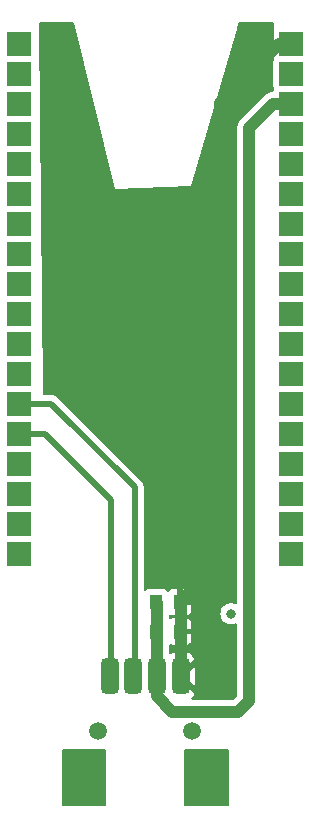
<source format=gbr>
%TF.GenerationSoftware,KiCad,Pcbnew,7.0.5*%
%TF.CreationDate,2023-06-16T14:54:11+02:00*%
%TF.ProjectId,carte_interface_connecteur_grove_pour_capteur,63617274-655f-4696-9e74-657266616365,rev?*%
%TF.SameCoordinates,Original*%
%TF.FileFunction,Copper,L2,Bot*%
%TF.FilePolarity,Positive*%
%FSLAX46Y46*%
G04 Gerber Fmt 4.6, Leading zero omitted, Abs format (unit mm)*
G04 Created by KiCad (PCBNEW 7.0.5) date 2023-06-16 14:54:11*
%MOMM*%
%LPD*%
G01*
G04 APERTURE LIST*
G04 Aperture macros list*
%AMRoundRect*
0 Rectangle with rounded corners*
0 $1 Rounding radius*
0 $2 $3 $4 $5 $6 $7 $8 $9 X,Y pos of 4 corners*
0 Add a 4 corners polygon primitive as box body*
4,1,4,$2,$3,$4,$5,$6,$7,$8,$9,$2,$3,0*
0 Add four circle primitives for the rounded corners*
1,1,$1+$1,$2,$3*
1,1,$1+$1,$4,$5*
1,1,$1+$1,$6,$7*
1,1,$1+$1,$8,$9*
0 Add four rect primitives between the rounded corners*
20,1,$1+$1,$2,$3,$4,$5,0*
20,1,$1+$1,$4,$5,$6,$7,0*
20,1,$1+$1,$6,$7,$8,$9,0*
20,1,$1+$1,$8,$9,$2,$3,0*%
G04 Aperture macros list end*
%TA.AperFunction,EtchedComponent*%
%ADD10C,0.200000*%
%TD*%
%TA.AperFunction,ComponentPad*%
%ADD11R,2.000000X2.000000*%
%TD*%
%TA.AperFunction,SMDPad,CuDef*%
%ADD12RoundRect,0.375000X0.375000X1.125000X-0.375000X1.125000X-0.375000X-1.125000X0.375000X-1.125000X0*%
%TD*%
%TA.AperFunction,ComponentPad*%
%ADD13C,1.500000*%
%TD*%
%TA.AperFunction,SMDPad,CuDef*%
%ADD14R,1.000000X1.250000*%
%TD*%
%TA.AperFunction,ViaPad*%
%ADD15C,0.800000*%
%TD*%
%TA.AperFunction,Conductor*%
%ADD16C,1.000000*%
%TD*%
%TA.AperFunction,Conductor*%
%ADD17C,0.500000*%
%TD*%
G04 APERTURE END LIST*
D10*
%TO.C,J1*%
X128832000Y-234704000D02*
X125232000Y-234704000D01*
X125232000Y-234704000D02*
X125232000Y-239404000D01*
X125232000Y-239404000D02*
X128832000Y-239404000D01*
X128832000Y-239404000D02*
X128832000Y-234704000D01*
G36*
X128832000Y-234704000D02*
G01*
X125232000Y-234704000D01*
X125232000Y-239404000D01*
X128832000Y-239404000D01*
X128832000Y-234704000D01*
G37*
X118432000Y-234704000D02*
X114832000Y-234704000D01*
X114832000Y-234704000D02*
X114832000Y-239404000D01*
X114832000Y-239404000D02*
X118432000Y-239404000D01*
X118432000Y-239404000D02*
X118432000Y-234704000D01*
G36*
X118432000Y-234704000D02*
G01*
X114832000Y-234704000D01*
X114832000Y-239404000D01*
X118432000Y-239404000D01*
X118432000Y-234704000D01*
G37*
%TD*%
D11*
%TO.P,Ue1,1,GND*%
%TO.N,unconnected-(Ue1-GND-Pad1)*%
X111162000Y-174948000D03*
%TO.P,Ue1,2,5V*%
%TO.N,unconnected-(Ue1-5V-Pad2)*%
X111162000Y-177488000D03*
%TO.P,Ue1,3,Ve*%
%TO.N,unconnected-(Ue1-Ve-Pad3)*%
X111162000Y-180028000D03*
%TO.P,Ue1,4,Ve*%
%TO.N,unconnected-(Ue1-Ve-Pad4)*%
X111162000Y-182568000D03*
%TO.P,Ue1,5,RX*%
%TO.N,unconnected-(Ue1-RX-Pad5)*%
X111162000Y-185108000D03*
%TO.P,Ue1,6,TX*%
%TO.N,unconnected-(Ue1-TX-Pad6)*%
X111162000Y-187648000D03*
%TO.P,Ue1,7,RST*%
%TO.N,unconnected-(Ue1-RST-Pad7)*%
X111162000Y-190188000D03*
%TO.P,Ue1,8,0*%
%TO.N,unconnected-(Ue1-0-Pad8)*%
X111162000Y-192728000D03*
%TO.P,Ue1,9,36*%
%TO.N,unconnected-(Ue1-36-Pad9)*%
X111162000Y-195268000D03*
%TO.P,Ue1,10,35*%
%TO.N,unconnected-(Ue1-35-Pad10)*%
X111162000Y-197808000D03*
%TO.P,Ue1,11,34*%
%TO.N,unconnected-(Ue1-34-Pad11)*%
X111162000Y-200348000D03*
%TO.P,Ue1,12,33*%
%TO.N,unconnected-(Ue1-33-Pad12)*%
X111162000Y-202888000D03*
%TO.P,Ue1,13,47*%
%TO.N,I2C_SCL*%
X111162000Y-205428000D03*
%TO.P,Ue1,14,48*%
%TO.N,I2C_SDA*%
X111162000Y-207968000D03*
%TO.P,Ue1,15,26*%
%TO.N,unconnected-(Ue1-26-Pad15)*%
X111162000Y-210508000D03*
%TO.P,Ue1,16,21*%
%TO.N,unconnected-(Ue1-21-Pad16)*%
X111162000Y-213048000D03*
%TO.P,Ue1,17,20*%
%TO.N,unconnected-(Ue1-20-Pad17)*%
X111162000Y-215588000D03*
%TO.P,Ue1,18,19*%
%TO.N,unconnected-(Ue1-19-Pad18)*%
X111162000Y-218128000D03*
%TO.P,Ue1,19,7*%
%TO.N,unconnected-(Ue1-7-Pad19)*%
X134192000Y-218128000D03*
%TO.P,Ue1,20,6*%
%TO.N,unconnected-(Ue1-6-Pad20)*%
X134192000Y-215588000D03*
%TO.P,Ue1,21,5*%
%TO.N,unconnected-(Ue1-5-Pad21)*%
X134192000Y-213048000D03*
%TO.P,Ue1,22,4*%
%TO.N,unconnected-(Ue1-4-Pad22)*%
X134192000Y-210508000D03*
%TO.P,Ue1,23,3*%
%TO.N,unconnected-(Ue1-3-Pad23)*%
X134192000Y-207968000D03*
%TO.P,Ue1,24,2*%
%TO.N,unconnected-(Ue1-2-Pad24)*%
X134192000Y-205428000D03*
%TO.P,Ue1,25,1*%
%TO.N,unconnected-(Ue1-1-Pad25)*%
X134192000Y-202888000D03*
%TO.P,Ue1,26,38*%
%TO.N,unconnected-(Ue1-38-Pad26)*%
X134192000Y-200348000D03*
%TO.P,Ue1,27,39*%
%TO.N,unconnected-(Ue1-39-Pad27)*%
X134192000Y-197808000D03*
%TO.P,Ue1,28,40*%
%TO.N,unconnected-(Ue1-40-Pad28)*%
X134192000Y-195268000D03*
%TO.P,Ue1,29,41*%
%TO.N,unconnected-(Ue1-41-Pad29)*%
X134192000Y-192728000D03*
%TO.P,Ue1,30,42*%
%TO.N,unconnected-(Ue1-42-Pad30)*%
X134192000Y-190188000D03*
%TO.P,Ue1,31,45*%
%TO.N,unconnected-(Ue1-45-Pad31)*%
X134192000Y-187648000D03*
%TO.P,Ue1,32,46*%
%TO.N,unconnected-(Ue1-46-Pad32)*%
X134192000Y-185108000D03*
%TO.P,Ue1,33,37*%
%TO.N,unconnected-(Ue1-37-Pad33)*%
X134192000Y-182568000D03*
%TO.P,Ue1,34,3.3V*%
%TO.N,+3.3V*%
X134192000Y-180028000D03*
%TO.P,Ue1,35,3.3V*%
%TO.N,unconnected-(Ue1-3.3V-Pad35)*%
X134192000Y-177488000D03*
%TO.P,Ue1,36,GND*%
%TO.N,GND*%
X134192000Y-174948000D03*
%TD*%
D12*
%TO.P,J1,1,1*%
%TO.N,GND*%
X124832000Y-228504000D03*
%TO.P,J1,2,2*%
%TO.N,+3.3V*%
X122832000Y-228504000D03*
%TO.P,J1,3,3*%
%TO.N,I2C_SCL*%
X120832000Y-228504000D03*
%TO.P,J1,4,4*%
%TO.N,I2C_SDA*%
X118832000Y-228504000D03*
D13*
%TO.P,J1,5*%
%TO.N,N/C*%
X125832000Y-233104000D03*
X117832000Y-233104000D03*
%TD*%
D14*
%TO.P,C2,1*%
%TO.N,GND*%
X124748000Y-224704000D03*
%TO.P,C2,2*%
%TO.N,+3.3V*%
X122748000Y-224704000D03*
%TD*%
%TO.P,C1,1*%
%TO.N,GND*%
X124748000Y-222204000D03*
%TO.P,C1,2*%
%TO.N,+3.3V*%
X122748000Y-222204000D03*
%TD*%
D15*
%TO.N,*%
X129100000Y-223200000D03*
%TD*%
D16*
%TO.N,GND*%
X128148000Y-179976000D02*
X133176000Y-174948000D01*
X124832000Y-228504000D02*
X124832000Y-222120000D01*
X128148000Y-218804000D02*
X128148000Y-179976000D01*
X133176000Y-174948000D02*
X134192000Y-174948000D01*
X124832000Y-222120000D02*
X128148000Y-218804000D01*
%TO.N,+3.3V*%
X134192000Y-180028000D02*
X132668000Y-180028000D01*
X122832000Y-230204000D02*
X122832000Y-228504000D01*
X122832000Y-222288000D02*
X122748000Y-222204000D01*
X129702000Y-231508000D02*
X124136000Y-231508000D01*
X132668000Y-180028000D02*
X130636000Y-182060000D01*
X130636000Y-230574000D02*
X129702000Y-231508000D01*
X124136000Y-231508000D02*
X122832000Y-230204000D01*
X122832000Y-228504000D02*
X122832000Y-222288000D01*
X130636000Y-182060000D02*
X130636000Y-230574000D01*
D17*
%TO.N,I2C_SCL*%
X111162000Y-205428000D02*
X113872000Y-205428000D01*
X113872000Y-205428000D02*
X120948000Y-212504000D01*
X120948000Y-212504000D02*
X120948000Y-228388000D01*
X120948000Y-228388000D02*
X120832000Y-228504000D01*
%TO.N,I2C_SDA*%
X118948000Y-213552000D02*
X118948000Y-228388000D01*
X113364000Y-207968000D02*
X118948000Y-213552000D01*
X118948000Y-228388000D02*
X118832000Y-228504000D01*
X111162000Y-207968000D02*
X113364000Y-207968000D01*
%TD*%
%TA.AperFunction,Conductor*%
%TO.N,GND*%
G36*
X115718056Y-173127685D02*
G01*
X115763811Y-173180489D01*
X115771363Y-173202122D01*
X119248000Y-187208000D01*
X125748000Y-187008000D01*
X129580288Y-173690800D01*
X129722185Y-173197708D01*
X129759641Y-173138727D01*
X129823039Y-173109359D01*
X129841349Y-173108000D01*
X132623593Y-173108000D01*
X132690632Y-173127685D01*
X132736387Y-173180489D01*
X132747592Y-173232407D01*
X132746088Y-173690800D01*
X132738271Y-173733725D01*
X132698404Y-173840616D01*
X132698401Y-173840627D01*
X132692000Y-173900155D01*
X132692000Y-174698000D01*
X132742787Y-174698000D01*
X132741148Y-175198000D01*
X132692000Y-175198000D01*
X132692000Y-175995844D01*
X132698401Y-176055372D01*
X132698404Y-176055383D01*
X132730096Y-176140356D01*
X132737913Y-176184094D01*
X132737691Y-176251884D01*
X132729874Y-176294810D01*
X132697909Y-176380514D01*
X132697908Y-176380516D01*
X132691501Y-176440116D01*
X132691500Y-176440135D01*
X132691500Y-178535870D01*
X132691501Y-178535876D01*
X132697909Y-178595484D01*
X132721836Y-178659638D01*
X132729653Y-178703377D01*
X132729289Y-178814412D01*
X132721473Y-178857337D01*
X132697907Y-178920521D01*
X132696126Y-178928062D01*
X132693501Y-178927441D01*
X132671685Y-178980059D01*
X132614279Y-179019887D01*
X132597038Y-179024274D01*
X132549759Y-179032748D01*
X132531250Y-179036065D01*
X132526595Y-179036718D01*
X132465564Y-179042925D01*
X132465562Y-179042926D01*
X132432780Y-179053210D01*
X132425156Y-179055081D01*
X132417308Y-179056488D01*
X132391349Y-179061141D01*
X132334381Y-179083895D01*
X132329945Y-179085474D01*
X132271414Y-179103840D01*
X132271410Y-179103842D01*
X132241378Y-179120510D01*
X132234284Y-179123879D01*
X132202382Y-179136623D01*
X132202377Y-179136625D01*
X132151156Y-179170381D01*
X132147128Y-179172822D01*
X132093501Y-179202588D01*
X132067434Y-179224965D01*
X132061165Y-179229692D01*
X132032484Y-179248595D01*
X132032478Y-179248600D01*
X131989109Y-179291968D01*
X131985655Y-179295169D01*
X131939102Y-179335136D01*
X131918076Y-179362298D01*
X131912885Y-179368192D01*
X129938090Y-181342988D01*
X129936966Y-181344084D01*
X129872946Y-181404942D01*
X129837899Y-181455294D01*
X129835062Y-181459056D01*
X129796302Y-181506592D01*
X129796299Y-181506597D01*
X129780392Y-181537047D01*
X129776324Y-181543761D01*
X129756702Y-181571954D01*
X129732509Y-181628330D01*
X129730488Y-181632584D01*
X129702091Y-181686951D01*
X129702090Y-181686952D01*
X129692640Y-181719975D01*
X129690007Y-181727371D01*
X129676459Y-181758943D01*
X129664113Y-181819019D01*
X129662990Y-181823595D01*
X129646113Y-181882577D01*
X129646113Y-181882579D01*
X129643503Y-181916841D01*
X129642414Y-181924608D01*
X129636980Y-181951052D01*
X129635500Y-181958258D01*
X129635500Y-182019597D01*
X129635321Y-182024306D01*
X129630663Y-182085476D01*
X129635002Y-182119553D01*
X129635499Y-182127392D01*
X129635499Y-222261756D01*
X129615814Y-222328795D01*
X129563010Y-222374550D01*
X129493852Y-222384494D01*
X129461063Y-222375035D01*
X129379807Y-222338857D01*
X129379802Y-222338855D01*
X129234000Y-222307865D01*
X129194646Y-222299500D01*
X129005354Y-222299500D01*
X128972897Y-222306398D01*
X128820197Y-222338855D01*
X128820192Y-222338857D01*
X128647270Y-222415848D01*
X128647265Y-222415851D01*
X128494129Y-222527111D01*
X128367466Y-222667785D01*
X128272821Y-222831715D01*
X128272818Y-222831722D01*
X128214327Y-223011740D01*
X128214326Y-223011744D01*
X128194540Y-223200000D01*
X128214326Y-223388256D01*
X128214327Y-223388259D01*
X128272818Y-223568277D01*
X128272821Y-223568284D01*
X128367467Y-223732216D01*
X128428686Y-223800206D01*
X128494129Y-223872888D01*
X128647265Y-223984148D01*
X128647270Y-223984151D01*
X128820192Y-224061142D01*
X128820197Y-224061144D01*
X129005354Y-224100500D01*
X129005355Y-224100500D01*
X129194644Y-224100500D01*
X129194646Y-224100500D01*
X129379803Y-224061144D01*
X129461064Y-224024963D01*
X129530312Y-224015678D01*
X129593589Y-224045306D01*
X129630803Y-224104441D01*
X129635499Y-224138243D01*
X129635500Y-230108217D01*
X129615815Y-230175256D01*
X129599181Y-230195898D01*
X129323899Y-230471181D01*
X129262576Y-230504666D01*
X129236218Y-230507500D01*
X125862908Y-230507500D01*
X125795869Y-230487815D01*
X125750114Y-230435011D01*
X125740170Y-230365853D01*
X125769195Y-230302297D01*
X125785220Y-230286853D01*
X125829366Y-230251366D01*
X125948608Y-230103024D01*
X125991329Y-230016881D01*
X124566128Y-228591680D01*
X124532643Y-228530357D01*
X124534528Y-228504000D01*
X125185553Y-228504000D01*
X126081999Y-229400446D01*
X126082000Y-229400446D01*
X126082000Y-227607553D01*
X126081999Y-227607552D01*
X125185553Y-228503999D01*
X125185553Y-228504000D01*
X124534528Y-228504000D01*
X124537627Y-228460665D01*
X124566128Y-228416318D01*
X124832000Y-228150447D01*
X125991329Y-226991116D01*
X125948607Y-226904974D01*
X125829367Y-226756633D01*
X125829366Y-226756632D01*
X125681025Y-226637392D01*
X125681022Y-226637390D01*
X125510523Y-226552831D01*
X125325824Y-226506897D01*
X125283097Y-226504000D01*
X124380903Y-226504000D01*
X124338175Y-226506897D01*
X124153476Y-226552831D01*
X124011594Y-226623198D01*
X123942789Y-226635350D01*
X123878337Y-226608373D01*
X123838702Y-226550834D01*
X123832500Y-226512110D01*
X123832500Y-225886268D01*
X123852185Y-225819229D01*
X123904989Y-225773474D01*
X123974147Y-225763530D01*
X123999833Y-225770086D01*
X124140620Y-225822596D01*
X124140627Y-225822598D01*
X124200155Y-225828999D01*
X124200172Y-225829000D01*
X124498000Y-225829000D01*
X124498000Y-224954000D01*
X124998000Y-224954000D01*
X124998000Y-225829000D01*
X125295828Y-225829000D01*
X125295844Y-225828999D01*
X125355372Y-225822598D01*
X125355379Y-225822596D01*
X125490086Y-225772354D01*
X125490093Y-225772350D01*
X125605187Y-225686190D01*
X125605190Y-225686187D01*
X125691350Y-225571093D01*
X125691354Y-225571086D01*
X125741596Y-225436379D01*
X125741598Y-225436372D01*
X125747999Y-225376844D01*
X125748000Y-225376827D01*
X125748000Y-224954000D01*
X124998000Y-224954000D01*
X124498000Y-224954000D01*
X124498000Y-223579000D01*
X124998000Y-223579000D01*
X124998000Y-224454000D01*
X125748000Y-224454000D01*
X125748000Y-224031172D01*
X125747999Y-224031155D01*
X125741598Y-223971627D01*
X125741596Y-223971620D01*
X125691354Y-223836913D01*
X125691350Y-223836906D01*
X125605190Y-223721812D01*
X125605187Y-223721809D01*
X125490093Y-223635649D01*
X125490086Y-223635645D01*
X125355379Y-223585403D01*
X125355372Y-223585401D01*
X125295844Y-223579000D01*
X124998000Y-223579000D01*
X124498000Y-223579000D01*
X124200155Y-223579000D01*
X124140627Y-223585401D01*
X124140619Y-223585403D01*
X123999833Y-223637913D01*
X123930141Y-223642897D01*
X123868818Y-223609412D01*
X123835334Y-223548088D01*
X123832500Y-223521731D01*
X123832500Y-223386268D01*
X123852185Y-223319229D01*
X123904989Y-223273474D01*
X123974147Y-223263530D01*
X123999833Y-223270086D01*
X124140620Y-223322596D01*
X124140627Y-223322598D01*
X124200155Y-223328999D01*
X124200172Y-223329000D01*
X124498000Y-223329000D01*
X124498000Y-222454000D01*
X124998000Y-222454000D01*
X124998000Y-223329000D01*
X125295828Y-223329000D01*
X125295844Y-223328999D01*
X125355372Y-223322598D01*
X125355379Y-223322596D01*
X125490086Y-223272354D01*
X125490093Y-223272350D01*
X125605187Y-223186190D01*
X125605190Y-223186187D01*
X125691350Y-223071093D01*
X125691354Y-223071086D01*
X125741596Y-222936379D01*
X125741598Y-222936372D01*
X125747999Y-222876844D01*
X125748000Y-222876827D01*
X125748000Y-222454000D01*
X124998000Y-222454000D01*
X124498000Y-222454000D01*
X124498000Y-221079000D01*
X124998000Y-221079000D01*
X124998000Y-221954000D01*
X125748000Y-221954000D01*
X125748000Y-221531172D01*
X125747999Y-221531155D01*
X125741598Y-221471627D01*
X125741596Y-221471620D01*
X125691354Y-221336913D01*
X125691350Y-221336906D01*
X125605190Y-221221812D01*
X125605187Y-221221809D01*
X125490093Y-221135649D01*
X125490086Y-221135645D01*
X125355379Y-221085403D01*
X125355372Y-221085401D01*
X125295844Y-221079000D01*
X124998000Y-221079000D01*
X124498000Y-221079000D01*
X124200155Y-221079000D01*
X124140627Y-221085401D01*
X124140620Y-221085403D01*
X124005913Y-221135645D01*
X124005906Y-221135649D01*
X123890812Y-221221809D01*
X123847578Y-221279562D01*
X123791644Y-221321432D01*
X123721952Y-221326416D01*
X123660629Y-221292930D01*
X123649046Y-221279562D01*
X123620262Y-221241112D01*
X123605546Y-221221454D01*
X123605544Y-221221453D01*
X123605544Y-221221452D01*
X123490335Y-221135206D01*
X123490328Y-221135202D01*
X123355482Y-221084908D01*
X123355483Y-221084908D01*
X123295883Y-221078501D01*
X123295881Y-221078500D01*
X123295873Y-221078500D01*
X123295864Y-221078500D01*
X122200129Y-221078500D01*
X122200123Y-221078501D01*
X122140516Y-221084908D01*
X122005671Y-221135202D01*
X122005669Y-221135204D01*
X121896811Y-221216695D01*
X121831347Y-221241112D01*
X121763074Y-221226260D01*
X121713668Y-221176855D01*
X121698500Y-221117428D01*
X121698500Y-212567705D01*
X121699809Y-212549735D01*
X121703289Y-212525974D01*
X121698736Y-212473939D01*
X121698500Y-212468532D01*
X121698500Y-212460296D01*
X121698500Y-212460291D01*
X121694787Y-212428534D01*
X121694620Y-212426898D01*
X121690082Y-212375025D01*
X121687999Y-212351208D01*
X121686538Y-212344135D01*
X121686598Y-212344122D01*
X121684966Y-212336764D01*
X121684908Y-212336778D01*
X121683242Y-212329749D01*
X121657275Y-212258404D01*
X121656703Y-212256762D01*
X121632814Y-212184666D01*
X121632811Y-212184662D01*
X121629762Y-212178121D01*
X121629815Y-212178095D01*
X121626531Y-212171311D01*
X121626479Y-212171338D01*
X121623236Y-212164882D01*
X121581530Y-212101469D01*
X121580561Y-212099949D01*
X121540714Y-212035347D01*
X121536234Y-212029681D01*
X121536280Y-212029643D01*
X121531519Y-212023799D01*
X121531474Y-212023838D01*
X121526831Y-212018305D01*
X121471634Y-211966229D01*
X121470374Y-211965006D01*
X114447729Y-204942361D01*
X114435949Y-204928730D01*
X114428482Y-204918701D01*
X114421612Y-204909472D01*
X114421610Y-204909470D01*
X114381587Y-204875886D01*
X114377612Y-204872244D01*
X114374690Y-204869322D01*
X114371779Y-204866410D01*
X114346736Y-204846609D01*
X114345338Y-204845470D01*
X114287214Y-204796698D01*
X114281180Y-204792729D01*
X114281212Y-204792680D01*
X114274853Y-204788628D01*
X114274822Y-204788679D01*
X114268680Y-204784891D01*
X114268678Y-204784890D01*
X114268677Y-204784889D01*
X114199872Y-204752804D01*
X114198252Y-204752019D01*
X114158512Y-204732061D01*
X114130433Y-204717960D01*
X114130431Y-204717959D01*
X114130430Y-204717959D01*
X114123645Y-204715489D01*
X114123665Y-204715433D01*
X114116549Y-204712959D01*
X114116531Y-204713015D01*
X114109674Y-204710743D01*
X114035328Y-204695391D01*
X114033569Y-204695001D01*
X113959718Y-204677499D01*
X113952547Y-204676661D01*
X113952553Y-204676601D01*
X113945055Y-204675835D01*
X113945050Y-204675895D01*
X113937860Y-204675265D01*
X113861968Y-204677474D01*
X113860165Y-204677500D01*
X113281306Y-204677500D01*
X113214267Y-204657815D01*
X113168512Y-204605011D01*
X113157312Y-204554720D01*
X112849232Y-173233220D01*
X112868256Y-173165990D01*
X112920608Y-173119718D01*
X112973226Y-173108000D01*
X115651017Y-173108000D01*
X115718056Y-173127685D01*
G37*
%TD.AperFunction*%
%TD*%
M02*

</source>
